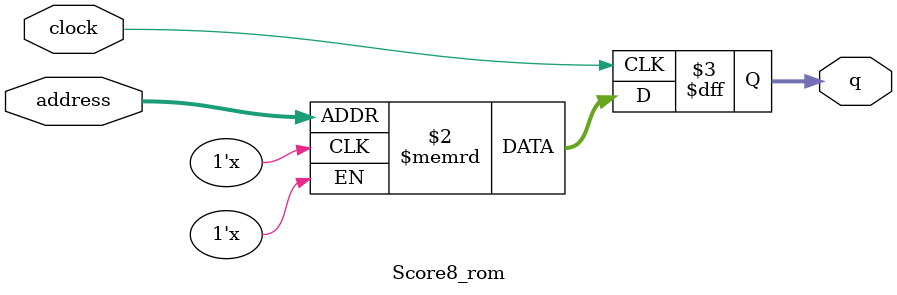
<source format=sv>
module Score8_rom (
	input logic clock,
	input logic [7:0] address,
	output logic [3:0] q
);

logic [3:0] memory [0:255] /* synthesis ram_init_file = "./Score8/Score8.mif" */;

always_ff @ (posedge clock) begin
	q <= memory[address];
end

endmodule

</source>
